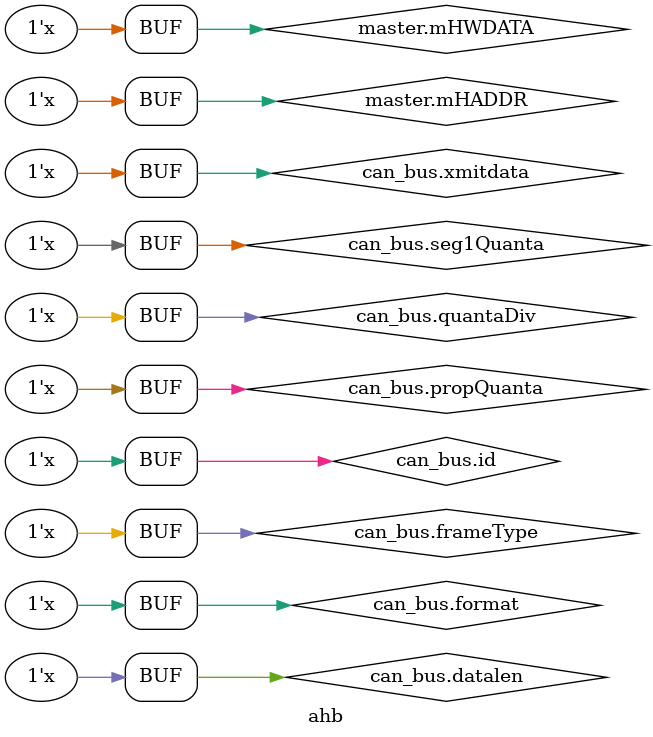
<source format=sv>
module ahb(AHBIF.AHBM master,AHBIF.AHBS slave,cantintf.tox can_bus);

	/*modport AHBS( input HCLK, input HRESET,
        input HSEL, input HADDR,
        input HWRITE, input HTRANS,
        input HSIZE, input HBURST, input HWDATA, 
        output HREADY,
        output HRESP, output HRDATA);

	modport AHBM( input HCLK, input HRESET,
        input mHGRANT, output mHBUSREQ, 
        input mHREADY,input mHRESP, output HPROT,
        input mHRDATA,output mHTRANS, output mHADDR,
        output mHWRITE, output mHWDATA, output mHSIZE, output mHBURST);	*/

	reg   [10:0]count;
	reg [31:0]DH,DL,CMD,ID,ST_BUSY;	
	reg [31:0]MDH,MDL,MCMD,MID,BM_BASE,BM_BASE_d,BM_STATUS,MADDR,MDATA,LINK;
	enum {IDLE,ZERO,ONE,TWO,THREE,FOUR,FIVE,SIX,SEVEN,EIGHT,NINE,TEN0,TEN,ELE,TWE,THI,FORT,FIFT}state,state_d;
	enum {idle,zero,one,two,three,four}state1,state_d1;

	always	@* begin

				DH = DH;
				DL = DL;
				CMD = CMD;
				ID  = ID;
				ST_BUSY = ST_BUSY;	
				can_bus.startXmit  = 1'b0;
				can_bus.quantaDiv  = can_bus.quantaDiv;
				can_bus.propQuanta = can_bus.propQuanta;
				can_bus.seg1Quanta = can_bus.seg1Quanta;
				can_bus.datalen    = can_bus.datalen;
				can_bus.format     = can_bus.format;
				can_bus.frameType  = can_bus.frameType;
				can_bus.id         = can_bus.id;
				slave.HRDATA     = slave.HRDATA; 
		   		state_d=state;	
		case (state) 
			IDLE: begin
						master.mHBUSREQ = 1'b0;
					if (slave.HWRITE==1 && slave.HTRANS==2 ) begin
						if (slave.HADDR[15:0]==16'hff04) begin
							state_d = ZERO;
						end else begin
							state_d = IDLE;
						end
			      		end else begin
						state_d = IDLE;
	    			        end
		      	      end

 		        ZERO: begin 
						master.mHBUSREQ = 1'b0;
					if (slave.HADDR[15:0]==16'hff00) begin
						can_bus.startXmit  = 1'b0;
						state_d = ONE;	
					end else begin
						state_d = ZERO;
						DL = slave.HWDATA;
					end					
		              end

			ONE:  begin
						master.mHBUSREQ = 1'b0;
					if (slave.HADDR[15:0]==16'hff08) begin
						can_bus.startXmit  = 1'b0;
						state_d = TWO;	
					end else begin
						state_d = ONE;
						DH = slave.HWDATA;
					end	
			      end
			TWO:  begin
						master.mHBUSREQ = 1'b0;
					if (slave.HADDR[15:0]==16'hff0C) begin
						can_bus.startXmit  = 1'b0;
						state_d = THREE;	
					end else begin
						CMD = slave.HWDATA;
						state_d = TWO;
					end	
			      end
			THREE: begin
						master.mHBUSREQ = 1'b0;
					if (slave.HADDR[15:0]==16'hff10) begin
						can_bus.startXmit  = 1'b0;
						state_d = FOUR;	
					end else begin
						ID = slave.HWDATA;
						state_d = THREE;
					end	
			       end
			FOUR: begin
						master.mHBUSREQ = 1'b0;
					ST_BUSY            = slave.HWDATA;
					can_bus.startXmit  = 1'b1;
					can_bus.xmitdata   = {DH,DL};
					can_bus.quantaDiv  = CMD[31:24];
					can_bus.propQuanta = CMD[23:18];
					can_bus.seg1Quanta = CMD[17:12];
					can_bus.datalen    = CMD[11:8];
					can_bus.format     = CMD[7];
					can_bus.frameType  = CMD[6:5];
					can_bus.id         = ID[31:3];

					state_d = FIVE;
			       end

			 FIVE: begin
						master.mHBUSREQ = 1'b0;
					//master.mHWDATA = {BM_STATUS,0};
					if (slave.HWRITE==0) begin
						case(slave.HADDR[15:0])
							16'hff00: //DH 
						       		begin	
							       		slave.HRDATA = DH; 
									can_bus.startXmit = 1'b0;
								//	state_d = FIVE;
								end
							16'hff04: //DL
								begin
									slave.HRDATA = DL;
									can_bus.startXmit = 1'b0;
								//	state_d = FIVE;
								end
							16'hff08: //CMD
								begin
									slave.HRDATA = CMD; 
									can_bus.startXmit = 1'b0;
								//	state_d = FIVE;
								end
							16'hff0c: //ID
								begin
									slave.HRDATA  = ID;		
									can_bus.startXmit = 1'b0;
								//	state_d = FIVE;
								end
							16'hff10: //ST_BUSY
								begin
									//$display("slave.HWRITE:%b",slave.HWRITE);
									//$display("time=%t",$time);	
									//$display("slave.HADDR[15:0]:%b",slave.HADDR);
									//$display("ff10 state");
									slave.HRDATA[31:0] = {31'b000_0000_0000_0000_0000_0000_0000_0000,can_bus.busy};
									//$display("slave.HRDATA:%b",slave.HRDATA);
									can_bus.startXmit  = 1'b0;
								//	state_d = FIVE;
								end
							16'hff18: 
								begin
									slave.HRDATA[31:0] = BM_STATUS;
									state_d = SEVEN;
								end
						
						endcase
							BM_BASE = 0;
							state_d = FIVE;
					end else if (slave.HWRITE==1 && slave.HTRANS==2 && slave.HADDR[15:0]==16'hff04) begin
						state_d = ZERO;
					end else if (slave.HWRITE==1 && slave.HTRANS==2 && slave.HADDR[15:0]==16'hff14) begin
						state_d = SIX;	
					end else begin
						state_d = IDLE;
					end

			       end
		       SIX:   begin//7
					//if (slave.HWRITE==1 && slave.HTRANS==2 && slave.HADDR[15:0]==16'hff18) begin
					if (slave.HADDR[15:0]==16'hff18) begin
						state_d = SEVEN;
					end else if (slave.HWRITE==1 && slave.HTRANS==2 && slave.HADDR[15:0]==16'hff04) begin
						state_d = ZERO;
					end else begin
			     			BM_BASE = slave.HWDATA;
						state_d = SIX;
						master.mHBUSREQ = 1'b0;
					end
			      end

		      SEVEN:  begin//8
			      		BM_STATUS = 1;
					master.mHBUSREQ = 1'b1;
					state_d = EIGHT;
		      	      end
		      EIGHT:  begin//9
					if (master.mHGRANT==1) begin
						if (slave.HWRITE==0 && slave.HADDR[15:0]==16'hff18) begin
							slave.HRDATA = BM_STATUS;
							state_d = NINE;
						end else begin
							slave.HRDATA = slave.HRDATA;
						end

					end else begin
						state_d = EIGHT;
					end
		     	      end
		      NINE:   begin//TEN
		      			//$display("BM_BASE_d:",BM_BASE_d);
					master.mHADDR = BM_BASE;
					master.mHTRANS = 2;
					master.mHWRITE = 0;
					state_d = TEN0;	
			      end
		      TEN0:   begin//ELEVEN
					state_d = TEN;
		      	      end
		      TEN:    begin//TWELVE
		    			if (count==0) begin
						MDH  = master.mHRDATA;
						state_d = NINE;
					end else if (count==1) begin
						MDL  = master.mHRDATA;
						state_d = NINE;
					end else if (count==2) begin
						MCMD = master.mHRDATA;
						state_d = NINE;
					end else if (count==3) begin
						MID  = master.mHRDATA;
						state_d = NINE;
					end else if (count==4) begin
						MADDR = master.mHRDATA;
						state_d = NINE;
					end else if (count==5) begin
						MDATA = master.mHRDATA;
						state_d = NINE;
					end else begin
						LINK = master.mHRDATA;
						state_d = TWE;
					end
		      	      end

			ELE:   begin//THIRTEEH
					//master.mHWRITE = 0;
					master.mHBUSREQ = 0;

					//$display("HWDATA=%h",master.mHWDATA);
					if (LINK == 0) begin
						BM_STATUS = 0;
						master.mHTRANS = 0;
						//slave.HRDATA = BM_STATUS;
						state_d = FIVE;
						BM_BASE = 0;	
					end else begin	
						BM_BASE = LINK;
						state_d = SEVEN;
					end

			       end

			TWE:   begin//14
				//	master.mHBUSREQ = 0;
					can_bus.startXmit  = 1'b1;
					can_bus.xmitdata   = {MDH,MDL};
					can_bus.quantaDiv  = MCMD[31:24];
					can_bus.propQuanta = MCMD[23:18];
					can_bus.seg1Quanta = MCMD[17:12];
					can_bus.datalen    = MCMD[11:8];
					can_bus.format     = MCMD[7];
					can_bus.frameType  = MCMD[6:5];
					can_bus.id         = MID[31:3];
					state_d = THI;
			       end				
			THI:   begin//15
					master.mHBUSREQ = 0;
					if (can_bus.busy) begin
						state_d = THI;
							
					end else begin
						state_d = FORT;
					end
			       end

			FORT:  begin//16
					master.mHBUSREQ = 0;
					state_d = FIFT;
					master.mHWRITE = 1;
					master.mHADDR  = MADDR; 
			       end
			FIFT: begin//17	
					master.mHBUSREQ = 0;
					master.mHWRITE = 0;
					master.mHWDATA = MDATA;	
					state_d = ELE;
			      end

		endcase
	end

	always @(posedge slave.HCLK) begin
		if(slave.HRESET) begin
			state  <= #1 IDLE;	
			state1 <= #1 idle;
			count <= #1 0;
			BM_BASE_d <= #1 0;
		end else begin
			state  <= #1 state_d;
			state1 <= #1 state_d1;
			BM_BASE_d <= #1 BM_BASE;

			if (state==TEN) begin
				count   <=#1  count + 1;
				BM_BASE <=#1  BM_BASE + 4; 
			end
			else begin 
				BM_BASE <= #1 BM_BASE;
				count <= #1 count;
			end	
			if (state==TWE) begin
				count<= #1 0;
			end	
			
	
		end
	end
	

endmodule

</source>
